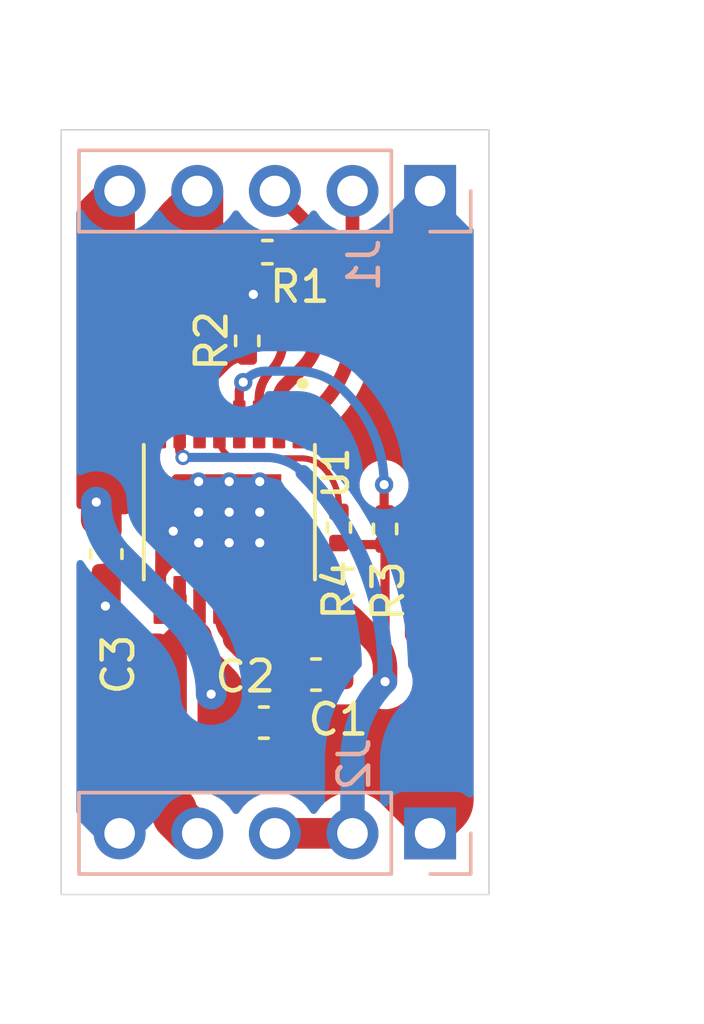
<source format=kicad_pcb>
(kicad_pcb (version 20241229) (generator "pcbnew") (generator_version "9.0")
  (layers (0 "F.Cu" signal) (2 "B.Cu" signal) (13 "F.Paste" user) (15 "B.Paste" user) (5 "F.SilkS" user "F.Silkscreen") (7 "B.SilkS" user "B.Silkscreen") (1 "F.Mask" user) (3 "B.Mask" user) (25 "Edge.Cuts" user))
  (net 0 "")
  (net 1 "VCC")
  (net 2 "+3.3V")
  (net 3 "Net-(U1-NFAULT)")
  (net 4 "Net-(U1-IPROPI)")
  (net 5 "OUT1")
  (net 6 "Net-(U1-CPL)")
  (net 7 "OUT2")
  (net 8 "Net-(U1-CPH)")
  (net 9 "Net-(U1-NSLEEP)")
  (net 10 "GND")
  (net 11 "Net-(U1-VCP)")
  (net 12 "Net-(U1-VREF)")
  (net 13 "PWM IN 2")
  (net 14 "PWM IN1")
  (footprint "Resistor_SMD:R_0402_1005Metric" (layer "F.Cu") (at 152.09 100.5 90)
    (property "Reference" "R4" (at -2.04 0.01 90) (layer "F.SilkS"))
    (property "Value" "10k")
    (fp_line (start -0.153641 -0.38) (end 0.153641 -0.38) (stroke (width 0.12)) (layer "F.SilkS"))
    (fp_line (start -0.153641 0.38) (end 0.153641 0.38) (stroke (width 0.12)) (layer "F.SilkS"))
    (pad "1" smd roundrect (at -0.51 0 90) (size 0.54 0.64) (layers "F.Cu" "F.Mask" "F.Paste") (net 2 "+3.3V"))
    (pad "2" smd roundrect (at 0.51 0 90) (size 0.54 0.64) (layers "F.Cu" "F.Mask" "F.Paste") (net 12 "Net-(U1-VREF)"))
  )
  (footprint "Resistor_SMD:R_0402_1005Metric" (layer "F.Cu") (at 153.6 100.55 90)
    (property "Reference" "R3" (at -2.03 0.1 90) (layer "F.SilkS"))
    (property "Value" "10k")
    (fp_line (start -0.153641 -0.38) (end 0.153641 -0.38) (stroke (width 0.12)) (layer "F.SilkS"))
    (fp_line (start -0.153641 0.38) (end 0.153641 0.38) (stroke (width 0.12)) (layer "F.SilkS"))
    (pad "1" smd roundrect (at -0.51 0 90) (size 0.54 0.64) (layers "F.Cu" "F.Mask" "F.Paste") (net 2 "+3.3V"))
    (pad "2" smd roundrect (at 0.51 0 90) (size 0.54 0.64) (layers "F.Cu" "F.Mask" "F.Paste") (net 3 "Net-(U1-NFAULT)"))
  )
  (footprint "Motor Driver IC:DRV8874" (layer "F.Cu") (at 148.505 100 -90)
    (property "Reference" "U1" (at -1.28 -3.485 90) (layer "F.SilkS") (effects (font (size 0.8 0.8))))
    (property "Value" "DRV8874PWPR")
    (fp_line (start -2.2 2.8) (end 2.2 2.8) (stroke (width 0.127)) (layer "F.SilkS"))
    (fp_line (start -2.2 -2.8) (end 2.2 -2.8) (stroke (width 0.127)) (layer "F.SilkS"))
    (fp_circle (center -4.2 -2.4) (end -4.1 -2.4) (stroke (width 0.2)) (fill no) (layer "F.SilkS"))
    (pad "1" smd roundrect (at -2.87 -2.275 270) (size 1.57 0.41) (layers "F.Cu" "F.Mask" "F.Paste") (roundrect_rratio 0.125) (net 14 "PWM IN1"))
    (pad "2" smd roundrect (at -2.87 -1.625 270) (size 1.57 0.41) (layers "F.Cu" "F.Mask" "F.Paste") (roundrect_rratio 0.125) (net 13 "PWM IN 2"))
    (pad "3" smd roundrect (at -2.87 -0.975 270) (size 1.57 0.41) (layers "F.Cu" "F.Mask" "F.Paste") (roundrect_rratio 0.125) (net 9 "Net-(U1-NSLEEP)"))
    (pad "4" smd roundrect (at -2.87 -0.325 270) (size 1.57 0.41) (layers "F.Cu" "F.Mask" "F.Paste") (roundrect_rratio 0.125) (net 3 "Net-(U1-NFAULT)"))
    (pad "5" smd roundrect (at -2.87 0.325 270) (size 1.57 0.41) (layers "F.Cu" "F.Mask" "F.Paste") (roundrect_rratio 0.125) (net 12 "Net-(U1-VREF)"))
    (pad "6" smd roundrect (at -2.87 0.975 270) (size 1.57 0.41) (layers "F.Cu" "F.Mask" "F.Paste") (roundrect_rratio 0.125) (net 4 "Net-(U1-IPROPI)"))
    (pad "7" smd roundrect (at -2.87 1.625 270) (size 1.57 0.41) (layers "F.Cu" "F.Mask" "F.Paste") (roundrect_rratio 0.125) (net 2 "+3.3V"))
    (pad "8" smd roundrect (at -2.87 2.275 270) (size 1.57 0.41) (layers "F.Cu" "F.Mask" "F.Paste") (roundrect_rratio 0.125) (net 5 "OUT1"))
    (pad "9" smd roundrect (at 2.87 2.275 270) (size 1.57 0.41) (layers "F.Cu" "F.Mask" "F.Paste") (roundrect_rratio 0.125) (net 10 "GND"))
    (pad "10" smd roundrect (at 2.87 1.625 270) (size 1.57 0.41) (layers "F.Cu" "F.Mask" "F.Paste") (roundrect_rratio 0.125) (net 7 "OUT2"))
    (pad "11" smd roundrect (at 2.87 0.975 270) (size 1.57 0.41) (layers "F.Cu" "F.Mask" "F.Paste") (roundrect_rratio 0.125) (net 1 "VCC"))
    (pad "12" smd roundrect (at 2.87 0.325 270) (size 1.57 0.41) (layers "F.Cu" "F.Mask" "F.Paste") (roundrect_rratio 0.125) (net 11 "Net-(U1-VCP)"))
    (pad "13" smd roundrect (at 2.87 -0.325 270) (size 1.57 0.41) (layers "F.Cu" "F.Mask" "F.Paste") (roundrect_rratio 0.125) (net 8 "Net-(U1-CPH)"))
    (pad "14" smd roundrect (at 2.87 -0.975 270) (size 1.57 0.41) (layers "F.Cu" "F.Mask" "F.Paste") (roundrect_rratio 0.125) (net 6 "Net-(U1-CPL)"))
    (pad "15" smd roundrect (at 2.87 -1.625 270) (size 1.57 0.41) (layers "F.Cu" "F.Mask" "F.Paste") (roundrect_rratio 0.125) (net 10 "GND"))
    (pad "16" smd roundrect (at 2.87 -2.275 270) (size 1.57 0.41) (layers "F.Cu" "F.Mask" "F.Paste") (roundrect_rratio 0.125) (net 2 "+3.3V"))
    (pad "17" smd rect (at 0 0 270) (size 2.48 3.4) (layers "F.Cu" "F.Mask") (net 10 "GND"))
  )
  (footprint "Capacitor_SMD:C_0603_1608Metric" (layer "F.Cu") (at 149.635 106.88)
    (property "Reference" "C2" (at -0.61 -1.51 0) (layer "F.SilkS"))
    (property "Value" "0.1uF")
    (fp_line (start -0.14058 -0.51) (end 0.14058 -0.51) (stroke (width 0.12)) (layer "F.SilkS"))
    (fp_line (start -0.14058 0.51) (end 0.14058 0.51) (stroke (width 0.12)) (layer "F.SilkS"))
    (pad "1" smd roundrect (at -0.775 0) (size 0.9 0.95) (layers "F.Cu" "F.Mask" "F.Paste") (net 1 "VCC"))
    (pad "2" smd roundrect (at 0.775 0) (size 0.9 0.95) (layers "F.Cu" "F.Mask" "F.Paste") (net 11 "Net-(U1-VCP)"))
  )
  (footprint "Capacitor_SMD:C_0603_1608Metric" (layer "F.Cu") (at 144.48 101.37 -90)
    (property "Reference" "C3" (at 3.61 -0.39 90) (layer "F.SilkS"))
    (property "Value" "0.1uF")
    (fp_line (start -0.14058 0.51) (end 0.14058 0.51) (stroke (width 0.12)) (layer "F.SilkS"))
    (fp_line (start -0.14058 -0.51) (end 0.14058 -0.51) (stroke (width 0.12)) (layer "F.SilkS"))
    (pad "1" smd roundrect (at -0.775 0 270) (size 0.9 0.95) (layers "F.Cu" "F.Mask" "F.Paste") (net 1 "VCC"))
    (pad "2" smd roundrect (at 0.775 0 270) (size 0.9 0.95) (layers "F.Cu" "F.Mask" "F.Paste") (net 10 "GND"))
  )
  (footprint "Resistor_SMD:R_0402_1005Metric" (layer "F.Cu") (at 149.09 94.4 90)
    (property "Reference" "R2" (at 0 -1.17 90) (layer "F.SilkS"))
    (property "Value" "2.49k")
    (fp_line (start -0.153641 -0.38) (end 0.153641 -0.38) (stroke (width 0.12)) (layer "F.SilkS"))
    (fp_line (start -0.153641 0.38) (end 0.153641 0.38) (stroke (width 0.12)) (layer "F.SilkS"))
    (pad "1" smd roundrect (at -0.51 0 90) (size 0.54 0.64) (layers "F.Cu" "F.Mask" "F.Paste") (net 4 "Net-(U1-IPROPI)"))
    (pad "2" smd roundrect (at 0.51 0 90) (size 0.54 0.64) (layers "F.Cu" "F.Mask" "F.Paste") (net 10 "GND"))
  )
  (footprint "Capacitor_SMD:C_0603_1608Metric" (layer "F.Cu") (at 151.34 105.31)
    (property "Reference" "C1" (at 0.73 1.47 0) (layer "F.SilkS"))
    (property "Value" "22nF")
    (fp_line (start -0.14058 -0.51) (end 0.14058 -0.51) (stroke (width 0.12)) (layer "F.SilkS"))
    (fp_line (start -0.14058 0.51) (end 0.14058 0.51) (stroke (width 0.12)) (layer "F.SilkS"))
    (pad "1" smd roundrect (at -0.775 0) (size 0.9 0.95) (layers "F.Cu" "F.Mask" "F.Paste") (net 8 "Net-(U1-CPH)"))
    (pad "2" smd roundrect (at 0.775 0) (size 0.9 0.95) (layers "F.Cu" "F.Mask" "F.Paste") (net 6 "Net-(U1-CPL)"))
  )
  (footprint "Resistor_SMD:R_0402_1005Metric" (layer "F.Cu") (at 149.75 91.5)
    (property "Reference" "R1" (at 1.06 1.13 0) (layer "F.SilkS"))
    (property "Value" "10k")
    (fp_line (start -0.153641 -0.38) (end 0.153641 -0.38) (stroke (width 0.12)) (layer "F.SilkS"))
    (fp_line (start -0.153641 0.38) (end 0.153641 0.38) (stroke (width 0.12)) (layer "F.SilkS"))
    (pad "1" smd roundrect (at -0.51 0) (size 0.54 0.64) (layers "F.Cu" "F.Mask" "F.Paste") (net 2 "+3.3V"))
    (pad "2" smd roundrect (at 0.51 0) (size 0.54 0.64) (layers "F.Cu" "F.Mask" "F.Paste") (net 9 "Net-(U1-NSLEEP)"))
  )
  (footprint "Connector_PinHeader_2.54mm:PinHeader_1x05_P2.54mm_Vertical" (layer "B.Cu") (at 155.075 110.5 90)
    (property "Reference" "J2" (at 2.26 -2.485 90) (layer "B.SilkS") (effects (justify mirror)))
    (property "Value" "Conn_01x05_Pin")
    (fp_line (start -1.33 -11.49) (end 1.33 -11.49) (stroke (width 0.12)) (layer "B.SilkS"))
    (fp_line (start 1.33 -1.27) (end 1.33 -11.49) (stroke (width 0.12)) (layer "B.SilkS"))
    (fp_line (start -1.33 -1.27) (end -1.33 -11.49) (stroke (width 0.12)) (layer "B.SilkS"))
    (fp_line (start -1.33 -1.27) (end 1.33 -1.27) (stroke (width 0.12)) (layer "B.SilkS"))
    (fp_line (start -1.33 0) (end -1.33 1.33) (stroke (width 0.12)) (layer "B.SilkS"))
    (fp_line (start -1.33 1.33) (end 0 1.33) (stroke (width 0.12)) (layer "B.SilkS"))
    (pad "1" thru_hole rect (at 0 0 90) (size 1.7 1.7) (drill 1) (layers "*.Cu" "*.Mask") (net 1 "VCC"))
    (pad "2" thru_hole oval (at 0 -2.54 90) (size 1.7 1.7) (drill 1) (layers "*.Cu" "*.Mask") (net 2 "+3.3V"))
    (pad "3" thru_hole oval (at 0 -5.08 90) (size 1.7 1.7) (drill 1) (layers "*.Cu" "*.Mask") (net 2 "+3.3V"))
    (pad "4" thru_hole oval (at 0 -7.62 90) (size 1.7 1.7) (drill 1) (layers "*.Cu" "*.Mask") (net 7 "OUT2"))
    (pad "5" thru_hole oval (at 0 -10.16 90) (size 1.7 1.7) (drill 1) (layers "*.Cu" "*.Mask") (net 10 "GND"))
  )
  (footprint "Connector_PinHeader_2.54mm:PinHeader_1x05_P2.54mm_Vertical" (layer "B.Cu") (at 155.075 89.5 90)
    (property "Reference" "J1" (at -2.42 -2.165 90) (layer "B.SilkS") (effects (justify mirror)))
    (property "Value" "Conn_01x05_Pin")
    (fp_line (start -1.33 -11.49) (end 1.33 -11.49) (stroke (width 0.12)) (layer "B.SilkS"))
    (fp_line (start 1.33 -1.27) (end 1.33 -11.49) (stroke (width 0.12)) (layer "B.SilkS"))
    (fp_line (start -1.33 -1.27) (end -1.33 -11.49) (stroke (width 0.12)) (layer "B.SilkS"))
    (fp_line (start -1.33 -1.27) (end 1.33 -1.27) (stroke (width 0.12)) (layer "B.SilkS"))
    (fp_line (start -1.33 0) (end -1.33 1.33) (stroke (width 0.12)) (layer "B.SilkS"))
    (fp_line (start -1.33 1.33) (end 0 1.33) (stroke (width 0.12)) (layer "B.SilkS"))
    (pad "1" thru_hole rect (at 0 0 90) (size 1.7 1.7) (drill 1) (layers "*.Cu" "*.Mask") (net 10 "GND"))
    (pad "2" thru_hole oval (at 0 -2.54 90) (size 1.7 1.7) (drill 1) (layers "*.Cu" "*.Mask") (net 14 "PWM IN1"))
    (pad "3" thru_hole oval (at 0 -5.08 90) (size 1.7 1.7) (drill 1) (layers "*.Cu" "*.Mask") (net 13 "PWM IN 2"))
    (pad "4" thru_hole oval (at 0 -7.62 90) (size 1.7 1.7) (drill 1) (layers "*.Cu" "*.Mask") (net 5 "OUT1"))
    (pad "5" thru_hole oval (at 0 -10.16 90) (size 1.7 1.7) (drill 1) (layers "*.Cu" "*.Mask") (net 1 "VCC"))
  )
  (gr_line (start 143 112.5) (end 157 112.5) (stroke (width 0.05)) (layer "Edge.Cuts"))
  (gr_line (start 143 87.5) (end 157 87.5) (stroke (width 0.05)) (layer "Edge.Cuts"))
  (gr_line (start 143 112.5) (end 143 87.5) (stroke (width 0.05)) (layer "Edge.Cuts"))
  (gr_line (start 157 112.5) (end 157 87.5) (stroke (width 0.05)) (layer "Edge.Cuts"))
  (segment (start 148.516361 106.746361) (end 148.47 106.7) (width 0.3) (layer "F.Cu") (net 1))
  (segment (start 148.88 107.45065) (end 148.88 106.04669) (width 0.3) (layer "F.Cu") (net 1))
  (segment (start 149.51 108.69) (end 148.69 108.69) (width 1) (layer "F.Cu") (net 1))
  (segment (start 144.915 89.5) (end 144.915 91.151655) (width 1) (layer "F.Cu") (net 1))
  (segment (start 144.15 99.67) (end 144.48 100) (width 1) (layer "F.Cu") (net 1))
  (segment (start 149.06 108.81) (end 148.24 108.81) (width 1) (layer "F.Cu") (net 1))
  (segment (start 144.530901 89.659099) (end 144.02 90.17) (width 1) (layer "F.Cu") (net 1))
  (segment (start 148.86 106.88) (end 148.541435 106.88) (width 1) (layer "F.Cu") (net 1))
  (segment (start 147.525 103.479356) (end 147.525 102.87) (width 0.3) (layer "F.Cu") (net 1))
  (segment (start 144.915 89.5) (end 144.915 89.91467) (width 1) (layer "F.Cu") (net 1))
  (segment (start 155.075 110.5) (end 155.075 109.571482) (width 1) (layer "F.Cu") (net 1))
  (segment (start 148.749892 107.644892) (end 148.785 107.68) (width 0.3) (layer "F.Cu") (net 1))
  (segment (start 144.25 99.57) (end 145.05 99.57) (width 1) (layer "F.Cu") (net 1))
  (segment (start 148.86 108.46) (end 151.928579 108.46) (width 1) (layer "F.Cu") (net 1))
  (segment (start 144.48 100) (end 144.48 100.595) (width 1) (layer "F.Cu") (net 1))
  (segment (start 148.739792 106.589792) (end 148.12 105.97) (width 1) (layer "F.Cu") (net 1))
  (segment (start 148.54 108.13) (end 151.608579 108.13) (width 1) (layer "F.Cu") (net 1))
  (segment (start 144.48 100.595) (end 144.472363 100.576563) (width 1) (layer "F.Cu") (net 1))
  (segment (start 144.15 99.67) (end 144.25 99.57) (width 1) (layer "F.Cu") (net 1))
  (segment (start 155.075 110.5) (end 155.075 110.402315) (width 1) (layer "F.Cu") (net 1))
  (segment (start 147.614325 106.87) (end 148.567574 106.87) (width 0.3) (layer "F.Cu") (net 1))
  (segment (start 147.534581 103.99) (end 147.548579 103.99) (width 0.3) (layer "F.Cu") (net 1))
  (segment (start 155.021967 110.371967) (end 153.84 109.19) (width 1) (layer "F.Cu") (net 1))
  (segment (start 148.23 107.98) (end 148.23 107.16) (width 1) (layer "F.Cu") (net 1))
  (segment (start 156 109.394731) (end 156 108.91) (width 1) (layer "F.Cu") (net 1))
  (segment (start 147.614325 104.36) (end 147.614325 106.87) (width 0.3) (layer "F.Cu") (net 1))
  (segment (start 148.785 107.250061) (end 148.749892 107.285169) (width 0.3) (layer "F.Cu") (net 1))
  (segment (start 148.749892 107.285169) (end 148.749892 107.644892) (width 0.3) (layer "F.Cu") (net 1))
  (segment (start 148.04 108.46) (end 148.86 108.46) (width 1) (layer "F.Cu") (net 1))
  (segment (start 148.541435 106.88) (end 148.429564 106.880004) (width 1) (layer "F.Cu") (net 1))
  (segment (start 147.525 102.87) (end 147.525 104.14435) (width 0.3) (layer "F.Cu") (net 1))
  (segment (start 147.614325 106.87) (end 147.614325 108.37032) (width 0.3) (layer "F.Cu") (net 1))
  (segment (start 155.322531 110.39747) (end 155.77 109.95) (width 1) (layer "F.Cu") (net 1))
  (segment (start 144.15 100.2542) (end 144.15 99.67) (width 1) (layer "F.Cu") (net 1))
  (segment (start 148.55 105.25) (end 147.934853 104.634853) (width 0.3) (layer "F.Cu") (net 1))
  (segment (start 144.472363 100.576563) (end 144.15 100.2542) (width 1) (layer "F.Cu") (net 1))
  (segment (start 147.684906 103.836279) (end 147.664313 103.815687) (width 0.3) (layer "F.Cu") (net 1))
  (segment (start 147.85 104.43) (end 147.85 104.234853) (width 0.3) (layer "F.Cu") (net 1))
  (via (at 144.15 99.67) (size 0.6) (drill 0.3) (layers "F.Cu" "B.Cu") (net 1))
  (via (at 147.91 105.95) (size 0.6) (drill 0.3) (layers "F.Cu" "B.Cu") (net 1))
  (arc (start 148.64 106.9) (mid 148.747315 107.06061) (end 148.785 107.250061) (width 0.3) (layer "F.Cu") (net 1))
  (arc (start 148.88 106.04669) (mid 148.794236 105.615524) (end 148.55 105.25) (width 0.3) (layer "F.Cu") (net 1))
  (arc (start 148.86 106.88) (mid 148.828759 106.722941) (end 148.739792 106.589792) (width 1) (layer "F.Cu") (net 1))
  (arc (start 151.928579 108.46) (mid 152.059235 108.43401) (end 152.17 108.36) (width 1) (layer "F.Cu") (net 1))
  (arc (start 147.525 104.14435) (mid 147.548215 104.261059) (end 147.614325 104.36) (width 0.3) (layer "F.Cu") (net 1))
  (arc (start 148.567574 106.87) (mid 148.60677 106.877797) (end 148.64 106.9) (width 0.3) (layer "F.Cu") (net 1))
  (arc (start 155.075 110.402315) (mid 154.922964 109.637975) (end 154.49 108.99) (width 1) (layer "F.Cu") (net 1))
  (arc (start 147.79 104.09) (mid 147.762687 103.952687) (end 147.684906 103.836279) (width 0.3) (layer "F.Cu") (net 1))
  (arc (start 144.915 89.5) (mid 144.707127 89.541348) (end 144.530901 89.659099) (width 1) (layer "F.Cu") (net 1))
  (arc (start 148.429564 106.880004) (mid 148.180158 106.830401) (end 147.968723 106.689126) (width 1) (layer "F.Cu") (net 1))
  (arc (start 147.85 104.234853) (mid 147.834406 104.156459) (end 147.79 104.09) (width 0.3) (layer "F.Cu") (net 1))
  (arc (start 144.915 91.151655) (mid 144.872118 91.367238) (end 144.75 91.55) (width 1) (layer "F.Cu") (net 1))
  (arc (start 155.075 110.5) (mid 155.061217 110.430709) (end 155.021967 110.371967) (width 1) (layer "F.Cu") (net 1))
  (arc (start 147.664313 103.815687) (mid 147.561206 103.661377) (end 147.525 103.479356) (width 0.3) (layer "F.Cu") (net 1))
  (arc (start 147.614325 108.37032) (mid 147.68857 108.743572) (end 147.9 109.06) (width 0.3) (layer "F.Cu") (net 1))
  (arc (start 155.075 109.571482) (mid 155.138673 109.251375) (end 155.32 108.98) (width 1) (layer "F.Cu") (net 1))
  (arc (start 148.567574 106.87) (mid 148.554264 106.803087) (end 148.516361 106.746361) (width 0.3) (layer "F.Cu") (net 1))
  (arc (start 155.77 109.95) (mid 155.940225 109.69524) (end 156 109.394731) (width 1) (layer "F.Cu") (net 1))
  (arc (start 147.934853 104.634853) (mid 147.872053 104.540866) (end 147.85 104.43) (width 0.3) (layer "F.Cu") (net 1))
  (arc (start 155.075 110.5) (mid 155.208963 110.473353) (end 155.322531 110.39747) (width 1) (layer "F.Cu") (net 1))
  (arc (start 144.915 89.91467) (mid 144.81754 90.404631) (end 144.54 90.82) (width 1) (layer "F.Cu") (net 1))
  (arc (start 148.785 107.68) (mid 148.85531 107.574773) (end 148.88 107.45065) (width 0.3) (layer "F.Cu") (net 1))
  (arc (start 147.548579 103.99) (mid 147.679235 104.015989) (end 147.79 104.09) (width 0.3) (layer "F.Cu") (net 1))
  (segment (start 144.899533 101.479533) (end 146.877624 103.457624) (width 1) (layer "B.Cu") (net 1))
  (arc (start 144.15 99.67) (mid 144.344797 100.649312) (end 144.899533 101.479533) (width 1) (layer "B.Cu") (net 1))
  (arc (start 146.877624 103.457624) (mid 147.641694 104.601136) (end 147.91 105.95) (width 1) (layer "B.Cu") (net 1))
  (segment (start 149.99 110.5) (end 152.53 110.5) (width 1) (layer "F.Cu") (net 2))
  (segment (start 152.596903 103.546905) (end 153.21 104.16) (width 0.8) (layer "F.Cu") (net 2))
  (segment (start 146.88 96.352548) (end 146.88 97.13) (width 0.3) (layer "F.Cu") (net 2))
  (segment (start 148.11 92.98) (end 148.11 93.383066) (width 0.3) (layer "F.Cu") (net 2))
  (segment (start 149.218787 91.551213) (end 148.336274 92.433726) (width 0.3) (layer "F.Cu") (net 2))
  (segment (start 153.6 101.06) (end 153.6 105.54) (width 0.3) (layer "F.Cu") (net 2))
  (segment (start 146.88 97.13) (end 146.88 97.944437) (width 0.3) (layer "F.Cu") (net 2))
  (segment (start 152.210711 101.06) (end 153.6 101.06) (width 0.3) (layer "F.Cu") (net 2))
  (segment (start 153.6 105.101543) (end 153.6 105.54) (width 0.8) (layer "F.Cu") (net 2))
  (via (at 146.99 98.21) (size 0.5) (drill 0.3) (layers "F.Cu" "B.Cu") (net 2))
  (via (at 153.6 105.54) (size 0.6) (drill 0.3) (layers "F.Cu" "B.Cu") (net 2))
  (arc (start 152.09 101.01) (mid 152.145383 101.047005) (end 152.210711 101.06) (width 0.3) (layer "F.Cu") (net 2))
  (arc (start 148.336274 92.433726) (mid 148.168807 92.684359) (end 148.11 92.98) (width 0.3) (layer "F.Cu") (net 2))
  (arc (start 147.2 95.58) (mid 146.963165 95.934448) (end 146.88 96.352548) (width 0.3) (layer "F.Cu") (net 2))
  (arc (start 150.962708 102.87) (mid 151.847128 103.045922) (end 152.596903 103.546905) (width 0.8) (layer "F.Cu") (net 2))
  (arc (start 153.21 104.16) (mid 153.498642 104.591984) (end 153.6 105.101543) (width 0.8) (layer "F.Cu") (net 2))
  (arc (start 149.24 91.5) (mid 149.234487 91.527716) (end 149.218787 91.551213) (width 0.3) (layer "F.Cu") (net 2))
  (arc (start 146.88 97.944437) (mid 146.908588 98.088158) (end 146.99 98.21) (width 0.3) (layer "F.Cu") (net 2))
  (arc (start 148.11 93.383066) (mid 147.873498 94.572038) (end 147.2 95.58) (width 0.3) (layer "F.Cu") (net 2))
  (segment (start 153.6 105.180092) (end 153.6 105.54) (width 0.3) (layer "B.Cu") (net 2))
  (segment (start 152.535 108.111137) (end 152.535 110.5) (width 0.8) (layer "B.Cu") (net 2))
  (segment (start 146.99 98.21) (end 149.712893 98.21) (width 0.3) (layer "B.Cu") (net 2))
  (arc (start 150.92 98.71) (mid 152.903491 101.678503) (end 153.6 105.180092) (width 0.5) (layer "B.Cu") (net 2))
  (arc (start 149.712893 98.21) (mid 150.366175 98.339946) (end 150.92 98.71) (width 0.3) (layer "B.Cu") (net 2))
  (arc (start 153.6 105.54) (mid 152.811785 106.719647) (end 152.535 108.111137) (width 0.8) (layer "B.Cu") (net 2))
  (segment (start 153.57 99.1) (end 153.57 99.967574) (width 0.3) (layer "F.Cu") (net 3))
  (segment (start 148.83 97.13) (end 148.83 96.063848) (width 0.3) (layer "F.Cu") (net 3))
  (via (at 148.96 95.75) (size 0.6) (drill 0.3) (layers "F.Cu" "B.Cu") (net 3))
  (via (at 153.57 99.1) (size 0.6) (drill 0.3) (layers "F.Cu" "B.Cu") (net 3))
  (arc (start 153.57 99.967574) (mid 153.577797 100.00677) (end 153.6 100.04) (width 0.3) (layer "F.Cu") (net 3))
  (arc (start 148.83 96.063848) (mid 148.863786 95.893995) (end 148.96 95.75) (width 0.3) (layer "F.Cu") (net 3))
  (segment (start 149.7 95.39) (end 150.743188 95.39) (width 0.3) (layer "B.Cu") (net 3))
  (segment (start 148.96 95.75) (end 149.0513 95.6587) (width 0.3) (layer "B.Cu") (net 3))
  (segment (start 152.24 96.01) (end 152.325492 96.095492) (width 0.3) (layer "B.Cu") (net 3))
  (arc (start 149.0513 95.6587) (mid 149.348926 95.459833) (end 149.7 95.39) (width 0.3) (layer "B.Cu") (net 3))
  (arc (start 150.743188 95.39) (mid 151.553256 95.551133) (end 152.24 96.01) (width 0.3) (layer "B.Cu") (net 3))
  (arc (start 152.325492 96.095492) (mid 153.246563 97.473972) (end 153.57 99.1) (width 0.3) (layer "B.Cu") (net 3))
  (segment (start 147.87 95.72) (end 148.390086 95.199914) (width 0.3) (layer "F.Cu") (net 4))
  (segment (start 147.53 97.13) (end 147.53 96.540833) (width 0.3) (layer "F.Cu") (net 4))
  (arc (start 148.390086 95.199914) (mid 148.711209 94.985346) (end 149.09 94.91) (width 0.3) (layer "F.Cu") (net 4))
  (arc (start 147.53 96.540833) (mid 147.618363 96.096601) (end 147.87 95.72) (width 0.3) (layer "F.Cu") (net 4))
  (segment (start 146.05883 96.72883) (end 145.58 96.25) (width 0.3) (layer "F.Cu") (net 5))
  (segment (start 146.101256 97.428743) (end 145.92 97.61) (width 0.3) (layer "F.Cu") (net 5))
  (segment (start 147.218119 90.071881) (end 146.7 90.59) (width 1) (layer "F.Cu") (net 5))
  (segment (start 148.07 91.710001) (end 147.989828 91.790173) (width 0.45) (layer "F.Cu") (net 5))
  (segment (start 146.225 97.13) (end 146.221464 97.121465) (width 0.3) (layer "F.Cu") (net 5))
  (segment (start 148.08 89.5325) (end 148.08 90.7495) (width 0.45) (layer "F.Cu") (net 5))
  (segment (start 146.225 97.13) (end 146.225 97.260944) (width 0.3) (layer "F.Cu") (net 5))
  (segment (start 146.01 97.78) (end 145.466569 97.78) (width 0.3) (layer "F.Cu") (net 5))
  (segment (start 146.079896 97.190104) (end 145.67 97.6) (width 0.3) (layer "F.Cu") (net 5))
  (segment (start 146.225 97.13) (end 146.225 96.553909) (width 0.3) (layer "F.Cu") (net 5))
  (segment (start 145.653119 97.366881) (end 145.46 97.56) (width 0.3) (layer "F.Cu") (net 5))
  (segment (start 145.817408 96.970252) (end 146.05883 96.72883) (width 0.3) (layer "F.Cu") (net 5))
  (segment (start 145.527 95.933) (end 145.527 97.704) (width 0.45) (layer "F.Cu") (net 5))
  (segment (start 147.455 89.5) (end 147.455 90.589939) (width 1) (layer "F.Cu") (net 5))
  (segment (start 146.221464 97.121465) (end 145.6 96.5) (width 0.3) (layer "F.Cu") (net 5))
  (segment (start 145.721404 96.921403) (end 145.54 96.74) (width 0.3) (layer "F.Cu") (net 5))
  (segment (start 146.23 96.127212) (end 146.23 97.13) (width 0.45) (layer "F.Cu") (net 5))
  (segment (start 145.804271 96.114272) (end 145.67 95.98) (width 0.3) (layer "F.Cu") (net 5))
  (segment (start 146.225 97.117929) (end 146.225 97.13) (width 0.45) (layer "F.Cu") (net 5))
  (segment (start 146.98 94.14) (end 146.98 94.387452) (width 0.45) (layer "F.Cu") (net 5))
  (segment (start 148.07 90.49) (end 148.07 91.710001) (width 0.45) (layer "F.Cu") (net 5))
  (segment (start 146.66 95.16) (end 146.609866 95.210134) (width 0.45) (layer "F.Cu") (net 5))
  (segment (start 147.042305 94.077695) (end 146.98 94.14) (width 0.45) (layer "F.Cu") (net 5))
  (segment (start 146.23 97.13) (end 146.225 97.117929) (width 0.45) (layer "F.Cu") (net 5))
  (segment (start 147.455 89.5) (end 146.711942 90.243058) (width 1) (layer "F.Cu") (net 5))
  (arc (start 146.225 97.13) (mid 146.115656 96.580292) (end 145.804271 96.114272) (width 0.3) (layer "F.Cu") (net 5))
  (arc (start 146.225 97.13) (mid 145.9155 97.191563) (end 145.653119 97.366881) (width 0.3) (layer "F.Cu") (net 5))
  (arc (start 147.455 89.5) (mid 147.393437 89.8095) (end 147.218119 90.071881) (width 1) (layer "F.Cu") (net 5))
  (arc (start 146.225 97.260944) (mid 146.169123 97.541855) (end 146.01 97.78) (width 0.3) (layer "F.Cu") (net 5))
  (arc (start 147.455 90.589939) (mid 147.417316 90.779391) (end 147.31 90.94) (width 1) (layer "F.Cu") (net 5))
  (arc (start 146.225 97.13) (mid 146.14647 97.145621) (end 146.079896 97.190104) (width 0.3) (layer "F.Cu") (net 5))
  (arc (start 145.653119 97.366881) (mid 145.695816 97.152227) (end 145.817408 96.970252) (width 0.3) (layer "F.Cu") (net 5))
  (arc (start 146.609866 95.210134) (mid 146.471891 95.416628) (end 146.423441 95.660204) (width 0.45) (layer "F.Cu") (net 5))
  (arc (start 147.455 89.5) (mid 147.523914 89.846455) (end 147.720165 90.140165) (width 1) (layer "F.Cu") (net 5))
  (arc (start 147.989828 91.790173) (mid 147.560692 92.432419) (end 147.41 93.19) (width 0.45) (layer "F.Cu") (net 5))
  (arc (start 146.225 96.553909) (mid 146.15353 96.194604) (end 145.95 95.89) (width 0.3) (layer "F.Cu") (net 5))
  (arc (start 146.225 97.13) (mid 145.952456 97.075788) (end 145.721404 96.921403) (width 0.3) (layer "F.Cu") (net 5))
  (arc (start 146.225 97.13) (mid 146.181814 96.912888) (end 146.05883 96.72883) (width 0.3) (layer "F.Cu") (net 5))
  (arc (start 146.225 97.13) (mid 146.19284 97.291679) (end 146.101256 97.428743) (width 0.3) (layer "F.Cu") (net 5))
  (arc (start 146.423441 95.660204) (mid 146.280273 95.874469) (end 146.23 96.127212) (width 0.45) (layer "F.Cu") (net 5))
  (arc (start 147.41 93.19) (mid 147.314439 93.670417) (end 147.042305 94.077695) (width 0.45) (layer "F.Cu") (net 5))
  (arc (start 146.711942 90.243058) (mid 146.384857 90.732575) (end 146.27 91.31) (width 1) (layer "F.Cu") (net 5))
  (arc (start 146.98 94.387452) (mid 146.896835 94.805552) (end 146.66 95.16) (width 0.45) (layer "F.Cu") (net 5))
  (arc (start 145.653119 97.366881) (mid 145.848926 97.236047) (end 146.079896 97.190104) (width 0.3) (layer "F.Cu") (net 5))
  (segment (start 149.48 103.299878) (end 149.48 102.87) (width 0.3) (layer "F.Cu") (net 6))
  (segment (start 149.788163 104.018162) (end 149.77 104) (width 0.3) (layer "F.Cu") (net 6))
  (segment (start 150.945736 104.4) (end 150.71 104.4) (width 0.3) (layer "F.Cu") (net 6))
  (segment (start 151.998327 105.028328) (end 151.67 104.7) (width 0.3) (layer "F.Cu") (net 6))
  (arc (start 149.77 104) (mid 149.555369 103.678781) (end 149.48 103.299878) (width 0.3) (layer "F.Cu") (net 6))
  (arc (start 151.67 104.7) (mid 151.337705 104.477967) (end 150.945736 104.4) (width 0.3) (layer "F.Cu") (net 6))
  (arc (start 150.71 104.4) (mid 150.211105 104.300764) (end 149.788163 104.018162) (width 0.3) (layer "F.Cu") (net 6))
  (arc (start 152.115 105.31) (mid 152.084678 105.15756) (end 151.998327 105.028328) (width 0.3) (layer "F.Cu") (net 6))
  (segment (start 146.358278 104.2) (end 146.63132 103.926958) (width 0.3) (layer "F.Cu") (net 7))
  (segment (start 146.365 109.408867) (end 146.689597 109.733464) (width 1.5) (layer "F.Cu") (net 7))
  (segment (start 146.63132 103.926958) (end 146.689597 103.926958) (width 0.3) (layer "F.Cu") (net 7))
  (segment (start 146.34 104.2) (end 146.358278 104.2) (width 0.3) (layer "F.Cu") (net 7))
  (segment (start 146.689597 104.587152) (end 146.87 104.406749) (width 0.3) (layer "F.Cu") (net 7))
  (segment (start 146.875 103.479356) (end 146.875 102.87) (width 0.3) (layer "F.Cu") (net 7))
  (segment (start 146.18 104.466844) (end 145.728949 104.466844) (width 1) (layer "F.Cu") (net 7))
  (segment (start 146.82 102.786633) (end 146.84 102.766633) (width 0.3) (layer "F.Cu") (net 7))
  (segment (start 146.82 104.04) (end 146.82 102.373266) (width 0.3) (layer "F.Cu") (net 7))
  (segment (start 146.87 104.406749) (end 146.87 102.740015) (width 0.3) (layer "F.Cu") (net 7))
  (segment (start 146.55 110.59) (end 147.237721 110.59) (width 0.3) (layer "F.Cu") (net 7))
  (segment (start 146.18 109.48) (end 146.18 104.466844) (width 1) (layer "F.Cu") (net 7))
  (segment (start 146.82 103.796555) (end 146.82 102.786633) (width 0.3) (layer "F.Cu") (net 7))
  (segment (start 146.060502 109.430503) (end 145.31 108.68) (width 1) (layer "F.Cu") (net 7))
  (segment (start 146.961 104.946) (end 146.961 104.14) (width 0.3) (layer "F.Cu") (net 7))
  (segment (start 146.17 104.610416) (end 146.17 104.77) (width 0.3) (layer "F.Cu") (net 7))
  (segment (start 146.689597 103.926958) (end 146.82 103.796555) (width 0.3) (layer "F.Cu") (net 7))
  (segment (start 146.8 110) (end 147.190399 110.390398) (width 1.5) (layer "F.Cu") (net 7))
  (segment (start 146.300208 110.340208) (end 146.55 110.59) (width 0.3) (layer "F.Cu") (net 7))
  (segment (start 146.96 104.423367) (end 146.96 102.756633) (width 0.3) (layer "F.Cu") (net 7))
  (segment (start 146.18 104.794142) (end 146.18 110.05) (width 0.3) (layer "F.Cu") (net 7))
  (segment (start 146.689597 104.587152) (end 146.689597 103.926958) (width 0.3) (layer "F.Cu") (net 7))
  (segment (start 146.365 104.761) (end 146.365 109.408867) (width 1.5) (layer "F.Cu") (net 7))
  (arc (start 147.190399 110.390398) (mid 147.311799 110.471515) (end 147.455 110.5) (width 1.5) (layer "F.Cu") (net 7))
  (arc (start 146.735687 103.815687) (mid 146.838794 103.661377) (end 146.875 103.479356) (width 0.3) (layer "F.Cu") (net 7))
  (arc (start 146.34 104.2) (mid 146.214182 104.3883) (end 146.17 104.610416) (width 0.3) (layer "F.Cu") (net 7))
  (arc (start 147.237721 110.59) (mid 147.355312 110.566609) (end 147.455 110.5) (width 0.3) (layer "F.Cu") (net 7))
  (arc (start 146.17 104.77) (mid 146.177401 104.781076) (end 146.18 104.794142) (width 0.3) (layer "F.Cu") (net 7))
  (arc (start 146.689597 103.926958) (mid 146.701575 103.866739) (end 146.735687 103.815687) (width 0.3) (layer "F.Cu") (net 7))
  (arc (start 146.689597 109.733464) (mid 146.718289 109.877713) (end 146.8 110) (width 1.5) (layer "F.Cu") (net 7))
  (arc (start 146.18 109.48) (mid 146.115328 109.467136) (end 146.060502 109.430503) (width 1) (layer "F.Cu") (net 7))
  (arc (start 146.18 110.05) (mid 146.211241 110.207059) (end 146.300208 110.340208) (width 0.3) (layer "F.Cu") (net 7))
  (segment (start 150.146759 105.136759) (end 149.14 104.13) (width 0.3) (layer "F.Cu") (net 8))
  (segment (start 148.83 103.381594) (end 148.83 102.87) (width 0.3) (layer "F.Cu") (net 8))
  (arc (start 149.14 104.13) (mid 148.910566 103.786629) (end 148.83 103.381594) (width 0.3) (layer "F.Cu") (net 8))
  (arc (start 150.565 105.31) (mid 150.33865 105.264976) (end 150.146759 105.136759) (width 0.3) (layer "F.Cu") (net 8))
  (segment (start 149.48 96.297401) (end 149.48 97.13) (width 0.3) (layer "F.Cu") (net 9))
  (segment (start 150.26 91.5) (end 150.26 94.414315) (width 0.3) (layer "F.Cu") (net 9))
  (arc (start 150.26 94.414315) (mid 150.156043 94.93694) (end 149.86 95.38) (width 0.3) (layer "F.Cu") (net 9))
  (arc (start 149.86 95.38) (mid 149.578759 95.800907) (end 149.48 96.297401) (width 0.3) (layer "F.Cu") (net 9))
  (segment (start 146.45 99.69) (end 146.735858 99.404142) (width 0.3) (layer "F.Cu") (net 10))
  (segment (start 146.23 102.87) (end 146.23 102.373553) (width 0.3) (layer "F.Cu") (net 10))
  (segment (start 149.5 101) (end 149.5 100) (width 1.5) (layer "F.Cu") (net 10))
  (segment (start 146.23 101.08) (end 146.23 100.69) (width 0.3) (layer "F.Cu") (net 10))
  (segment (start 146.383639 100.62636) (end 146.79 100.22) (width 0.3) (layer "F.Cu") (net 10))
  (segment (start 146.77 99.39) (end 147.03233 99.39) (width 0.3) (layer "F.Cu") (net 10))
  (segment (start 149.854853 101.754853) (end 150.07 101.97) (width 0.3) (layer "F.Cu") (net 10))
  (segment (start 146.735858 99.404142) (end 146.735858 98.992426) (width 0.3) (layer "F.Cu") (net 10))
  (segment (start 146.244939 100.185061) (end 146.79 99.64) (width 0.3) (layer "F.Cu") (net 10))
  (segment (start 146.23 100.44) (end 146.23 100.221127) (width 0.3) (layer "F.Cu") (net 10))
  (segment (start 149.89598 100.95598) (end 150.142549 101.202549) (width 1.5) (layer "F.Cu") (net 10))
  (segment (start 146.23 100.44) (end 146.78 99.89) (width 0.3) (layer "F.Cu") (net 10))
  (segment (start 146.244142 101.045858) (end 146.67 100.62) (width 0.3) (layer "F.Cu") (net 10))
  (segment (start 146.48 101.77) (end 147.073223 101.176777) (width 0.3) (layer "F.Cu") (net 10))
  (segment (start 146.23 100.69) (end 146.23 100.44) (width 0.3) (layer "F.Cu") (net 10))
  (segment (start 150.13 102.87) (end 150.13 101.954142) (width 0.45) (layer "F.Cu") (net 10))
  (segment (start 146.23 102.87) (end 146.23 102.325391) (width 0.3) (layer "F.Cu") (net 10))
  (segment (start 146.576482 100.943517) (end 146.73 100.79) (width 0.3) (layer "F.Cu") (net 10))
  (segment (start 146.67 100.62) (end 146.77 100.52) (width 0.3) (layer "F.Cu") (net 10))
  (segment (start 146.23 101.78) (end 146.23 101.08) (width 0.3) (layer "F.Cu") (net 10))
  (segment (start 149.09 93.89) (end 149.09 93.362843) (width 0.3) (layer "F.Cu") (net 10))
  (segment (start 144.45 103.07) (end 144.45 102.175) (width 1) (layer "F.Cu") (net 10))
  (segment (start 146.23 102.87) (end 146.23 101.78) (width 0.3) (layer "F.Cu") (net 10))
  (segment (start 150.346924 101.603076) (end 150.38 101.636152) (width 0.3) (layer "F.Cu") (net 10))
  (segment (start 150.38 101.57) (end 150.346924 101.603076) (width 0.3) (layer "F.Cu") (net 10))
  (via (at 148.5 99) (size 0.6) (drill 0.3) (layers "F.Cu" "B.Cu") (net 10))
  (via (at 146.67 100.62) (size 0.6) (drill 0.3) (layers "F.Cu" "B.Cu") (net 10))
  (via (at 149.5 101) (size 0.6) (drill 0.3) (layers "F.Cu" "B.Cu") (net 10))
  (via (at 147.5 100) (size 0.6) (drill 0.3) (layers "F.Cu" "B.Cu") (net 10))
  (via (at 149.5 100) (size 0.6) (drill 0.3) (layers "F.Cu" "B.Cu") (net 10))
  (via (at 149.29 92.88) (size 0.6) (drill 0.3) (layers "F.Cu" "B.Cu") (net 10))
  (via (at 147.5 99) (size 0.6) (drill 0.3) (layers "F.Cu" "B.Cu") (net 10))
  (via (at 148.5 101) (size 0.6) (drill 0.3) (layers "F.Cu" "B.Cu") (net 10))
  (via (at 147.5 101) (size 0.6) (drill 0.3) (layers "F.Cu" "B.Cu") (net 10))
  (via (at 149.5 99) (size 0.6) (drill 0.3) (layers "F.Cu" "B.Cu") (net 10))
  (via (at 144.45 103.07) (size 0.6) (drill 0.3) (layers "F.Cu" "B.Cu") (net 10))
  (via (at 148.5 100) (size 0.6) (drill 0.3) (layers "F.Cu" "B.Cu") (net 10))
  (arc (start 146.23 101.78) (mid 146.320048 101.327299) (end 146.576482 100.943517) (width 0.3) (layer "F.Cu") (net 10))
  (arc (start 146.23 100.221127) (mid 146.287176 99.933683) (end 146.45 99.69) (width 0.3) (layer "F.Cu") (net 10))
  (arc (start 149.09 93.362843) (mid 149.141978 93.10153) (end 149.29 92.88) (width 0.3) (layer "F.Cu") (net 10))
  (arc (start 146.23 102.325391) (mid 146.365144 101.645979) (end 146.75 101.07) (width 0.3) (layer "F.Cu") (net 10))
  (arc (start 147.073223 101.176777) (mid 147.26903 101.045943) (end 147.5 101) (width 0.3) (layer "F.Cu") (net 10))
  (arc (start 147.03233 99.39) (mid 147.829333 99.548534) (end 148.505 100) (width 0.3) (layer "F.Cu") (net 10))
  (arc (start 150.38 101.636152) (mid 150.346214 101.806006) (end 150.25 101.95) (width 0.3) (layer "F.Cu") (net 10))
  (arc (start 149.5 100) (mid 149.602912 100.517373) (end 149.89598 100.95598) (width 1.5) (layer "F.Cu") (net 10))
  (arc (start 146.735858 98.992426) (mid 146.744731 98.947818) (end 146.77 98.91) (width 0.3) (layer "F.Cu") (net 10))
  (arc (start 146.23 100.221127) (mid 146.233883 100.201608) (end 146.244939 100.185061) (width 0.3) (layer "F.Cu") (net 10))
  (arc (start 149.65 101.67) (mid 149.760866 101.692053) (end 149.854853 101.754853) (width 0.3) (layer "F.Cu") (net 10))
  (arc (start 146.735858 99.404142) (mid 146.751522 99.393676) (end 146.77 99.39) (width 0.3) (layer "F.Cu") (net 10))
  (arc (start 150.13 101.954142) (mid 150.127401 101.941076) (end 150.12 101.93) (width 0.45) (layer "F.Cu") (net 10))
  (arc (start 146.23 101.08) (mid 146.233675 101.061523) (end 146.244142 101.045858) (width 0.3) (layer "F.Cu") (net 10))
  (arc (start 146.23 100.69) (mid 146.313149 100.673461) (end 146.383639 100.62636) (width 0.3) (layer "F.Cu") (net 10))
  (arc (start 146.23 102.373553) (mid 146.294973 102.046913) (end 146.48 101.77) (width 0.3) (layer "F.Cu") (net 10))
  (segment (start 155.075 89.5) (end 155.075 90.666802) (width 1) (layer "B.Cu") (net 10))
  (segment (start 144.915 110.5) (end 144.915 110.119472) (width 1) (layer "B.Cu") (net 10))
  (segment (start 155.516942 90.566941) (end 155.99 91.04) (width 1) (layer "B.Cu") (net 10))
  (segment (start 144.547972 110.347972) (end 144.04 109.84) (width 1) (layer "B.Cu") (net 10))
  (segment (start 144.974748 110.475251) (end 145.79 109.66) (width 1) (layer "B.Cu") (net 10))
  (segment (start 155.007825 89.662175) (end 153.66 91.01) (width 1) (layer "B.Cu") (net 10))
  (segment (start 144.915 110.5) (end 144.915 110.119767) (width 1) (layer "B.Cu") (net 10))
  (arc (start 155.075 90.666802) (mid 155.016524 90.960779) (end 154.85 91.21) (width 1) (layer "B.Cu") (net 10))
  (arc (start 144.915 110.119767) (mid 144.846129 109.773527) (end 144.65 109.48) (width 1) (layer "B.Cu") (net 10))
  (arc (start 144.915 110.119472) (mid 145.015058 109.616446) (end 145.3 109.19) (width 1) (layer "B.Cu") (net 10))
  (arc (start 144.915 110.5) (mid 144.716366 110.460489) (end 144.547972 110.347972) (width 1) (layer "B.Cu") (net 10))
  (arc (start 144.915 110.5) (mid 144.947336 110.493568) (end 144.974748 110.475251) (width 1) (layer "B.Cu") (net 10))
  (arc (start 155.075 89.5) (mid 155.189857 90.077425) (end 155.516942 90.566941) (width 1) (layer "B.Cu") (net 10))
  (arc (start 155.075 89.5) (mid 155.057542 89.587768) (end 155.007825 89.662175) (width 1) (layer "B.Cu") (net 10))
  (segment (start 149.86 106.633495) (end 149.622071 106.395566) (width 0.3) (layer "F.Cu") (net 11))
  (segment (start 149.27201 105.08201) (end 148.52 104.33) (width 0.3) (layer "F.Cu") (net 11))
  (segment (start 149.86 106.64) (end 149.86 106.633495) (width 0.3) (layer "F.Cu") (net 11))
  (segment (start 150.1 106.88) (end 149.86 106.64) (width 0.3) (layer "F.Cu") (net 11))
  (segment (start 150.395 106.895) (end 150.41 106.88) (width 0.3) (layer "F.Cu") (net 11))
  (segment (start 148.18 103.442304) (end 148.18 102.87) (width 0.3) (layer "F.Cu") (net 11))
  (segment (start 148.44 104.136863) (end 148.44 104.07) (width 0.3) (layer "F.Cu") (net 11))
  (segment (start 150.41 106.88) (end 150.1 106.88) (width 0.3) (layer "F.Cu") (net 11))
  (arc (start 149.47 105.56) (mid 149.418544 105.301314) (end 149.27201 105.08201) (width 0.3) (layer "F.Cu") (net 11))
  (arc (start 148.44 104.07) (mid 148.247572 103.782011) (end 148.18 103.442304) (width 0.3) (layer "F.Cu") (net 11))
  (arc (start 148.52 104.33) (mid 148.460791 104.241388) (end 148.44 104.136863) (width 0.3) (layer "F.Cu") (net 11))
  (arc (start 149.622071 106.395566) (mid 149.509475 105.984287) (end 149.47 105.56) (width 0.3) (layer "F.Cu") (net 11))
  (segment (start 152.09 99.785391) (end 152.09 99.99) (width 0.2) (layer "F.Cu") (net 12))
  (segment (start 148.752132 98.24) (end 150.869878 98.24) (width 0.2) (layer "F.Cu") (net 12))
  (segment (start 148.18 97.13) (end 148.18 97.583015) (width 0.2) (layer "F.Cu") (net 12))
  (arc (start 148.39 98.09) (mid 148.556148 98.201016) (end 148.752132 98.24) (width 0.2) (layer "F.Cu") (net 12))
  (arc (start 150.869878 98.24) (mid 151.248781 98.315369) (end 151.57 98.53) (width 0.2) (layer "F.Cu") (net 12))
  (arc (start 148.18 97.583015) (mid 148.234577 97.857393) (end 148.39 98.09) (width 0.2) (layer "F.Cu") (net 12))
  (arc (start 151.57 98.53) (mid 151.954856 99.105978) (end 152.09 99.785391) (width 0.2) (layer "F.Cu") (net 12))
  (segment (start 150.89 95.29) (end 150.316777 95.863223) (width 0.45) (layer "F.Cu") (net 13))
  (segment (start 149.995 89.5) (end 150.966845 90.471845) (width 0.45) (layer "F.Cu") (net 13))
  (segment (start 151.43 91.59) (end 151.43 93.986325) (width 0.45) (layer "F.Cu") (net 13))
  (arc (start 151.43 93.986325) (mid 151.289658 94.691869) (end 150.89 95.29) (width 0.45) (layer "F.Cu") (net 13))
  (arc (start 150.316777 95.863223) (mid 150.185943 96.05903) (end 150.14 96.29) (width 0.45) (layer "F.Cu") (net 13))
  (arc (start 150.966845 90.471845) (mid 151.30963 90.984859) (end 151.43 91.59) (width 0.45) (layer "F.Cu") (net 13))
  (segment (start 152.535 93.978863) (end 152.535 89.5) (width 0.45) (layer "F.Cu") (net 14))
  (segment (start 150.78 97.13) (end 150.89 97.13) (width 0.45) (layer "F.Cu") (net 14))
  (segment (start 150.89 97.13) (end 151.47 96.55) (width 0.45) (layer "F.Cu") (net 14))
  (arc (start 151.47 96.55) (mid 152.258216 95.370352) (end 152.535 93.978863) (width 0.45) (layer "F.Cu") (net 14))
  (zone (net 5) (net_name "OUT1") (layer "F.Cu") (priority 2) (connect_pads (clearance 0.5)) (min_thickness 0.25) (fill yes (thermal_gap 0.5) (thermal_bridge_width 0.5))
    (polygon (pts (xy 148.329 88.38) (xy 148.329 91.677685) (xy 147.82 92.87) (xy 146.591543 96.061014) (xy 146.59 96.06) (xy 146.43 96.37) (xy 146.5 97.91) (xy 145.287457 97.91) (xy 145.309 95.864) (xy 145.9 90.91) (xy 146.46 89.86) (xy 146.36 88.38)))
  )
  (zone (net 1) (net_name "VCC") (layer "F.Cu") (priority 1) (connect_pads (clearance 0.5)) (min_thickness 0.25) (fill yes (thermal_gap 0.5) (thermal_bridge_width 0.5))
    (polygon (pts (xy 141 84) (xy 159 84) (xy 159 116) (xy 141 116)))
  )
  (zone (net 7) (net_name "OUT2") (layer "F.Cu") (priority 3) (connect_pads (clearance 0.5)) (min_thickness 0.25) (fill yes (thermal_gap 0.5) (thermal_bridge_width 0.5))
    (polygon (pts (xy 147.128177 102.868958) (xy 147.116207 110.143793) (xy 146.64 110.62) (xy 146.02 110.62) (xy 145.99 110.59) (xy 145.99 109.96) (xy 145.29 109.26) (xy 145.189 109.26) (xy 144.83 108.901) (xy 144.83 104.41) (xy 145.31 103.93) (xy 146.44 103.93) (xy 146.67 103.7) (xy 146.67 102.87)))
  )
  (zone (net 10) (net_name "GND") (layer "B.Cu") (connect_pads (clearance 0.5)) (min_thickness 0.25) (fill yes (thermal_gap 0.5) (thermal_bridge_width 0.5))
    (polygon (pts (xy 141 84) (xy 159 84) (xy 159 113) (xy 159 116) (xy 141 116)))
  )
)
</source>
